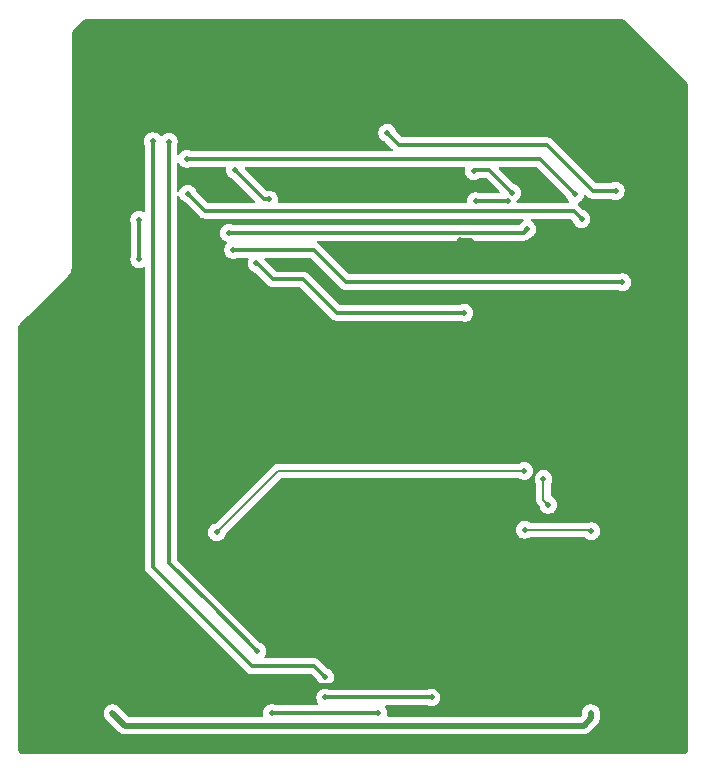
<source format=gbr>
%TF.GenerationSoftware,KiCad,Pcbnew,9.0.3*%
%TF.CreationDate,2025-08-17T21:24:33+09:00*%
%TF.ProjectId,accboard,61636362-6f61-4726-942e-6b696361645f,rev?*%
%TF.SameCoordinates,Original*%
%TF.FileFunction,Copper,L2,Bot*%
%TF.FilePolarity,Positive*%
%FSLAX46Y46*%
G04 Gerber Fmt 4.6, Leading zero omitted, Abs format (unit mm)*
G04 Created by KiCad (PCBNEW 9.0.3) date 2025-08-17 21:24:33*
%MOMM*%
%LPD*%
G01*
G04 APERTURE LIST*
%TA.AperFunction,ViaPad*%
%ADD10C,0.500000*%
%TD*%
%TA.AperFunction,Conductor*%
%ADD11C,0.500000*%
%TD*%
%TA.AperFunction,Conductor*%
%ADD12C,0.200000*%
%TD*%
%TA.AperFunction,Conductor*%
%ADD13C,0.300000*%
%TD*%
G04 APERTURE END LIST*
D10*
%TO.N,Net-(J7-PAD)*%
X83090000Y-78690000D03*
X109090000Y-73500000D03*
%TO.N,GND*%
X116720000Y-67970000D03*
X115060000Y-66450000D03*
X75990000Y-64070000D03*
X72440000Y-65260000D03*
X103690000Y-53950000D03*
X69750000Y-94000000D03*
X105490000Y-55240000D03*
X109400000Y-79870000D03*
X119250000Y-94000000D03*
%TO.N,Net-(U1-C+)*%
X87520000Y-50510000D03*
X84610000Y-48010000D03*
%TO.N,VBUS*%
X104050000Y-60120000D03*
X114750000Y-94000000D03*
X86437500Y-55937500D03*
X74250000Y-94000000D03*
%TO.N,D+*%
X77670000Y-45580000D03*
X101260000Y-92680000D03*
X92280000Y-90970000D03*
X92250000Y-92680000D03*
%TO.N,D-*%
X87750000Y-94000000D03*
X96750000Y-94000000D03*
X79030000Y-45610000D03*
X86510000Y-88760000D03*
%TO.N,Net-(J2-UART(3))*%
X116860000Y-49800000D03*
X97520000Y-44870000D03*
%TO.N,Net-(J2-IDBUS(8))*%
X113410000Y-50080000D03*
X80550000Y-47080000D03*
%TO.N,Net-(Q1-G)*%
X117420000Y-57520000D03*
X84460000Y-54790000D03*
%TO.N,Net-(Q1-D)*%
X80630000Y-50020000D03*
X113960000Y-52170000D03*
X76500000Y-55570000D03*
X76500000Y-52240000D03*
%TO.N,PMOS_GATE*%
X84110000Y-53350000D03*
X109370000Y-53040000D03*
%TO.N,3.3V*%
X109140000Y-78480000D03*
X114780000Y-78590000D03*
%TO.N,SIGNAL_1*%
X108090000Y-49950000D03*
X104850000Y-48110000D03*
%TO.N,SIGNAL_2*%
X107700000Y-50670000D03*
X105000000Y-50650000D03*
%TO.N,Net-(Q4-D)*%
X111150000Y-76360000D03*
X110740000Y-74180000D03*
%TD*%
D11*
%TO.N,GND*%
X72079000Y-91671000D02*
X118191000Y-91671000D01*
D12*
%TO.N,Net-(J7-PAD)*%
X88280000Y-73500000D02*
X83090000Y-78690000D01*
X109090000Y-73500000D02*
X88280000Y-73500000D01*
D13*
%TO.N,GND*%
X115200000Y-66450000D02*
X116720000Y-67970000D01*
X115060000Y-66450000D02*
X115200000Y-66450000D01*
D12*
X74800000Y-65260000D02*
X75990000Y-64070000D01*
X72440000Y-65260000D02*
X74800000Y-65260000D01*
D11*
X118191000Y-91671000D02*
X119250000Y-92730000D01*
D13*
X104630000Y-53950000D02*
X105440000Y-54760000D01*
D11*
X69750000Y-94000000D02*
X72079000Y-91671000D01*
D12*
X109400000Y-79870000D02*
X109400000Y-83440000D01*
X109400000Y-83440000D02*
X117631000Y-91671000D01*
X117631000Y-91671000D02*
X118191000Y-91671000D01*
D13*
X105440000Y-54760000D02*
X105440000Y-55190000D01*
X105440000Y-55190000D02*
X105490000Y-55240000D01*
X103690000Y-53950000D02*
X104630000Y-53950000D01*
D11*
X119250000Y-92730000D02*
X119250000Y-94000000D01*
D13*
%TO.N,Net-(U1-C+)*%
X87520000Y-50510000D02*
X87110000Y-50510000D01*
X87110000Y-50510000D02*
X84610000Y-48010000D01*
D11*
%TO.N,VBUS*%
X114750000Y-94460000D02*
X114750000Y-94000000D01*
D13*
X90400000Y-57290000D02*
X87840000Y-57290000D01*
D11*
X74250000Y-94000000D02*
X75310000Y-95060000D01*
X75310000Y-95060000D02*
X114150000Y-95060000D01*
D13*
X93230000Y-60120000D02*
X90400000Y-57290000D01*
X87840000Y-57290000D02*
X86487500Y-55937500D01*
X104050000Y-60120000D02*
X93230000Y-60120000D01*
D11*
X114150000Y-95060000D02*
X114750000Y-94460000D01*
D13*
X86487500Y-55937500D02*
X86437500Y-55937500D01*
%TO.N,D+*%
X91340000Y-90030000D02*
X92280000Y-90970000D01*
X86030000Y-90030000D02*
X91340000Y-90030000D01*
X77670000Y-45580000D02*
X77670000Y-81670000D01*
X77670000Y-81670000D02*
X86030000Y-90030000D01*
X92250000Y-92680000D02*
X101260000Y-92680000D01*
%TO.N,D-*%
X87750000Y-94000000D02*
X96750000Y-94000000D01*
X86510000Y-88750000D02*
X86510000Y-88760000D01*
X82470000Y-84710000D02*
X86510000Y-88750000D01*
X79030000Y-45610000D02*
X79030000Y-46750000D01*
X79030000Y-46750000D02*
X79030000Y-81270000D01*
X79030000Y-81270000D02*
X82470000Y-84710000D01*
%TO.N,Net-(J2-UART(3))*%
X98550000Y-45900000D02*
X97520000Y-44870000D01*
X105220000Y-45900000D02*
X98550000Y-45900000D01*
X116860000Y-49800000D02*
X114920000Y-49800000D01*
X112020000Y-46900000D02*
X111020000Y-45900000D01*
X111020000Y-45900000D02*
X105220000Y-45900000D01*
X114920000Y-49800000D02*
X112020000Y-46900000D01*
%TO.N,Net-(J2-IDBUS(8))*%
X110410000Y-47080000D02*
X80550000Y-47080000D01*
X113410000Y-50080000D02*
X110410000Y-47080000D01*
X80550000Y-47080000D02*
X80680000Y-47080000D01*
%TO.N,Net-(Q1-G)*%
X117420000Y-57520000D02*
X94020000Y-57520000D01*
X91290000Y-54790000D02*
X84460000Y-54790000D01*
X94020000Y-57520000D02*
X91290000Y-54790000D01*
%TO.N,Net-(Q1-D)*%
X82110000Y-51500000D02*
X80630000Y-50020000D01*
X113960000Y-52170000D02*
X113290000Y-51500000D01*
X76500000Y-52240000D02*
X76500000Y-55570000D01*
X113290000Y-51500000D02*
X82110000Y-51500000D01*
%TO.N,PMOS_GATE*%
X84110000Y-53350000D02*
X109060000Y-53350000D01*
X109060000Y-53350000D02*
X109370000Y-53040000D01*
D12*
%TO.N,3.3V*%
X109140000Y-78480000D02*
X114670000Y-78480000D01*
X114670000Y-78480000D02*
X114780000Y-78590000D01*
D13*
%TO.N,SIGNAL_1*%
X108090000Y-49950000D02*
X106160000Y-48020000D01*
X106160000Y-48020000D02*
X105120000Y-48020000D01*
X105120000Y-48020000D02*
X104940000Y-48020000D01*
X104940000Y-48020000D02*
X104850000Y-48110000D01*
%TO.N,SIGNAL_2*%
X107680000Y-50650000D02*
X107700000Y-50670000D01*
X105000000Y-50650000D02*
X107680000Y-50650000D01*
D12*
%TO.N,Net-(Q4-D)*%
X111150000Y-76360000D02*
X110740000Y-75950000D01*
X110740000Y-75950000D02*
X110740000Y-74180000D01*
%TD*%
%TA.AperFunction,Conductor*%
%TO.N,GND*%
G36*
X117269901Y-35250501D02*
G01*
X117329701Y-35250500D01*
X117341854Y-35251097D01*
X117350358Y-35251934D01*
X117421080Y-35258899D01*
X117444909Y-35263639D01*
X117515241Y-35284975D01*
X117537692Y-35294276D01*
X117602496Y-35328917D01*
X117622707Y-35342423D01*
X117684394Y-35393052D01*
X117693407Y-35401221D01*
X117695613Y-35403427D01*
X117695617Y-35403436D01*
X117695620Y-35403434D01*
X117741371Y-35449192D01*
X117741426Y-35449240D01*
X122099500Y-39807314D01*
X122806604Y-40514417D01*
X122848876Y-40556689D01*
X122857048Y-40565705D01*
X122907567Y-40627263D01*
X122921071Y-40647474D01*
X122955714Y-40712289D01*
X122965016Y-40734746D01*
X122986349Y-40805074D01*
X122991091Y-40828917D01*
X122998902Y-40908244D01*
X122999499Y-40920393D01*
X122999499Y-40951084D01*
X122999499Y-40980099D01*
X122999499Y-40980101D01*
X122999500Y-40990093D01*
X122999500Y-96993038D01*
X122998720Y-97006923D01*
X122988540Y-97097264D01*
X122982362Y-97124333D01*
X122954648Y-97203537D01*
X122942600Y-97228555D01*
X122897957Y-97299604D01*
X122880644Y-97321313D01*
X122821313Y-97380644D01*
X122799604Y-97397957D01*
X122728555Y-97442600D01*
X122703537Y-97454648D01*
X122624333Y-97482362D01*
X122597264Y-97488540D01*
X122517075Y-97497576D01*
X122506921Y-97498720D01*
X122493038Y-97499500D01*
X66756962Y-97499500D01*
X66743078Y-97498720D01*
X66730553Y-97497308D01*
X66652735Y-97488540D01*
X66625666Y-97482362D01*
X66546462Y-97454648D01*
X66521444Y-97442600D01*
X66450395Y-97397957D01*
X66428686Y-97380644D01*
X66369355Y-97321313D01*
X66352042Y-97299604D01*
X66307399Y-97228555D01*
X66295351Y-97203537D01*
X66267637Y-97124333D01*
X66261459Y-97097263D01*
X66251280Y-97006922D01*
X66250500Y-96993038D01*
X66250500Y-94073920D01*
X73499499Y-94073920D01*
X73528340Y-94218907D01*
X73528343Y-94218917D01*
X73565864Y-94309500D01*
X73584916Y-94355495D01*
X73598601Y-94375976D01*
X73605353Y-94386082D01*
X73667049Y-94478418D01*
X73667052Y-94478421D01*
X74004122Y-94815490D01*
X74727048Y-95538415D01*
X74727049Y-95538416D01*
X74831583Y-95642950D01*
X74831585Y-95642952D01*
X74954498Y-95725080D01*
X74954511Y-95725087D01*
X75091082Y-95781656D01*
X75091087Y-95781658D01*
X75091091Y-95781658D01*
X75091092Y-95781659D01*
X75236079Y-95810500D01*
X75236082Y-95810500D01*
X114223920Y-95810500D01*
X114321462Y-95791096D01*
X114368913Y-95781658D01*
X114505495Y-95725084D01*
X114554729Y-95692186D01*
X114628416Y-95642952D01*
X115332951Y-94938416D01*
X115397983Y-94841088D01*
X115415084Y-94815495D01*
X115471658Y-94678913D01*
X115500500Y-94533918D01*
X115500500Y-93926082D01*
X115500500Y-93926079D01*
X115471659Y-93781092D01*
X115471658Y-93781091D01*
X115471658Y-93781087D01*
X115471656Y-93781082D01*
X115415087Y-93644511D01*
X115415080Y-93644498D01*
X115332951Y-93521584D01*
X115332948Y-93521580D01*
X115228419Y-93417051D01*
X115228415Y-93417048D01*
X115105501Y-93334919D01*
X115105488Y-93334912D01*
X114968917Y-93278343D01*
X114968907Y-93278340D01*
X114823920Y-93249500D01*
X114823918Y-93249500D01*
X114676082Y-93249500D01*
X114676080Y-93249500D01*
X114531092Y-93278340D01*
X114531082Y-93278343D01*
X114394511Y-93334912D01*
X114394498Y-93334919D01*
X114271584Y-93417048D01*
X114271580Y-93417051D01*
X114167051Y-93521580D01*
X114167048Y-93521584D01*
X114084919Y-93644498D01*
X114084912Y-93644511D01*
X114028343Y-93781082D01*
X114028340Y-93781092D01*
X113999500Y-93926079D01*
X113999500Y-94097770D01*
X113990855Y-94127210D01*
X113984332Y-94157197D01*
X113980577Y-94162212D01*
X113979815Y-94164809D01*
X113963181Y-94185451D01*
X113875451Y-94273181D01*
X113814128Y-94306666D01*
X113787770Y-94309500D01*
X97604734Y-94309500D01*
X97537695Y-94289815D01*
X97491940Y-94237011D01*
X97481996Y-94167853D01*
X97483117Y-94161308D01*
X97500500Y-94073920D01*
X97500500Y-93926079D01*
X97471659Y-93781092D01*
X97471658Y-93781091D01*
X97471658Y-93781087D01*
X97471656Y-93781082D01*
X97415087Y-93644511D01*
X97415080Y-93644498D01*
X97334159Y-93523391D01*
X97313281Y-93456713D01*
X97331766Y-93389333D01*
X97383745Y-93342643D01*
X97437261Y-93330500D01*
X100846160Y-93330500D01*
X100898520Y-93343614D01*
X100898878Y-93342753D01*
X100904504Y-93345083D01*
X100904505Y-93345084D01*
X101041087Y-93401658D01*
X101041091Y-93401658D01*
X101041092Y-93401659D01*
X101186079Y-93430500D01*
X101186082Y-93430500D01*
X101333920Y-93430500D01*
X101431462Y-93411096D01*
X101478913Y-93401658D01*
X101615495Y-93345084D01*
X101738416Y-93262951D01*
X101842951Y-93158416D01*
X101925084Y-93035495D01*
X101981658Y-92898913D01*
X102010500Y-92753918D01*
X102010500Y-92606082D01*
X102010500Y-92606079D01*
X101981659Y-92461092D01*
X101981658Y-92461091D01*
X101981658Y-92461087D01*
X101981656Y-92461082D01*
X101925087Y-92324511D01*
X101925080Y-92324498D01*
X101842951Y-92201584D01*
X101842948Y-92201580D01*
X101738419Y-92097051D01*
X101738415Y-92097048D01*
X101615501Y-92014919D01*
X101615488Y-92014912D01*
X101478917Y-91958343D01*
X101478907Y-91958340D01*
X101333920Y-91929500D01*
X101333918Y-91929500D01*
X101186082Y-91929500D01*
X101186080Y-91929500D01*
X101041092Y-91958340D01*
X101041086Y-91958342D01*
X100898878Y-92017247D01*
X100898520Y-92016385D01*
X100846160Y-92029500D01*
X92663840Y-92029500D01*
X92621727Y-92022130D01*
X92609900Y-92017859D01*
X92605495Y-92014916D01*
X92468913Y-91958342D01*
X92415825Y-91947781D01*
X92407049Y-91944613D01*
X92386083Y-91929258D01*
X92363058Y-91917214D01*
X92358351Y-91908949D01*
X92350679Y-91903330D01*
X92341343Y-91879078D01*
X92328485Y-91856498D01*
X92328994Y-91847001D01*
X92325577Y-91838125D01*
X92330834Y-91812674D01*
X92332226Y-91786728D01*
X92337788Y-91779013D01*
X92339713Y-91769700D01*
X92357894Y-91751133D01*
X92373093Y-91730057D01*
X92382934Y-91725562D01*
X92388597Y-91719780D01*
X92402609Y-91716577D01*
X92424967Y-91706367D01*
X92498913Y-91691658D01*
X92635495Y-91635084D01*
X92758416Y-91552951D01*
X92862951Y-91448416D01*
X92945084Y-91325495D01*
X93001658Y-91188913D01*
X93030500Y-91043918D01*
X93030500Y-90896082D01*
X93030500Y-90896079D01*
X93001659Y-90751092D01*
X93001658Y-90751091D01*
X93001658Y-90751087D01*
X92972420Y-90680500D01*
X92945087Y-90614511D01*
X92945080Y-90614498D01*
X92862951Y-90491584D01*
X92862948Y-90491580D01*
X92758419Y-90387051D01*
X92758415Y-90387048D01*
X92635501Y-90304919D01*
X92635488Y-90304912D01*
X92493286Y-90246011D01*
X92493643Y-90245149D01*
X92447344Y-90217398D01*
X91754674Y-89524727D01*
X91754673Y-89524726D01*
X91754669Y-89524723D01*
X91648127Y-89453535D01*
X91529744Y-89404499D01*
X91529738Y-89404497D01*
X91404071Y-89379500D01*
X91404069Y-89379500D01*
X87230670Y-89379500D01*
X87163631Y-89359815D01*
X87117876Y-89307011D01*
X87107932Y-89237853D01*
X87127568Y-89186609D01*
X87175080Y-89115501D01*
X87175080Y-89115500D01*
X87175084Y-89115495D01*
X87231658Y-88978913D01*
X87260500Y-88833918D01*
X87260500Y-88686082D01*
X87260500Y-88686079D01*
X87231659Y-88541092D01*
X87231658Y-88541091D01*
X87231658Y-88541087D01*
X87231656Y-88541082D01*
X87175087Y-88404511D01*
X87175080Y-88404498D01*
X87092951Y-88281584D01*
X87092948Y-88281580D01*
X86988419Y-88177051D01*
X86988415Y-88177048D01*
X86865501Y-88094919D01*
X86865492Y-88094914D01*
X86733561Y-88040267D01*
X86693333Y-88013387D01*
X79716819Y-81036873D01*
X79683334Y-80975550D01*
X79680500Y-80949192D01*
X79680500Y-78763920D01*
X82339499Y-78763920D01*
X82368340Y-78908907D01*
X82368343Y-78908917D01*
X82424912Y-79045488D01*
X82424919Y-79045501D01*
X82507048Y-79168415D01*
X82507051Y-79168419D01*
X82611580Y-79272948D01*
X82611584Y-79272951D01*
X82734498Y-79355080D01*
X82734511Y-79355087D01*
X82871082Y-79411656D01*
X82871087Y-79411658D01*
X82871091Y-79411658D01*
X82871092Y-79411659D01*
X83016079Y-79440500D01*
X83016082Y-79440500D01*
X83163920Y-79440500D01*
X83261462Y-79421096D01*
X83308913Y-79411658D01*
X83445495Y-79355084D01*
X83568416Y-79272951D01*
X83672951Y-79168416D01*
X83755084Y-79045495D01*
X83811658Y-78908913D01*
X83826999Y-78831786D01*
X83859381Y-78769879D01*
X83860876Y-78768357D01*
X84075313Y-78553920D01*
X108389499Y-78553920D01*
X108418340Y-78698907D01*
X108418343Y-78698917D01*
X108474912Y-78835488D01*
X108474919Y-78835501D01*
X108557048Y-78958415D01*
X108557051Y-78958419D01*
X108661580Y-79062948D01*
X108661584Y-79062951D01*
X108784498Y-79145080D01*
X108784511Y-79145087D01*
X108851784Y-79172952D01*
X108921087Y-79201658D01*
X108921091Y-79201658D01*
X108921092Y-79201659D01*
X109066079Y-79230500D01*
X109066082Y-79230500D01*
X109213920Y-79230500D01*
X109311462Y-79211096D01*
X109358913Y-79201658D01*
X109495495Y-79145084D01*
X109560876Y-79101398D01*
X109627553Y-79080520D01*
X109629767Y-79080500D01*
X114157771Y-79080500D01*
X114224810Y-79100185D01*
X114245447Y-79116814D01*
X114273713Y-79145080D01*
X114301585Y-79172952D01*
X114424498Y-79255080D01*
X114424511Y-79255087D01*
X114561082Y-79311656D01*
X114561087Y-79311658D01*
X114561091Y-79311658D01*
X114561092Y-79311659D01*
X114706079Y-79340500D01*
X114706082Y-79340500D01*
X114853920Y-79340500D01*
X114951462Y-79321096D01*
X114998913Y-79311658D01*
X115135495Y-79255084D01*
X115258416Y-79172951D01*
X115362951Y-79068416D01*
X115445084Y-78945495D01*
X115501658Y-78808913D01*
X115530500Y-78663918D01*
X115530500Y-78516082D01*
X115530500Y-78516079D01*
X115501659Y-78371092D01*
X115501658Y-78371091D01*
X115501658Y-78371087D01*
X115486505Y-78334505D01*
X115445087Y-78234511D01*
X115445080Y-78234498D01*
X115362951Y-78111584D01*
X115362948Y-78111580D01*
X115258419Y-78007051D01*
X115258415Y-78007048D01*
X115135501Y-77924919D01*
X115135488Y-77924912D01*
X114998917Y-77868343D01*
X114998907Y-77868340D01*
X114853920Y-77839500D01*
X114853918Y-77839500D01*
X114706082Y-77839500D01*
X114706080Y-77839500D01*
X114561092Y-77868340D01*
X114561086Y-77868342D01*
X114558573Y-77869382D01*
X114556938Y-77870060D01*
X114509485Y-77879500D01*
X109629767Y-77879500D01*
X109562728Y-77859815D01*
X109560876Y-77858602D01*
X109495501Y-77814919D01*
X109495488Y-77814912D01*
X109358917Y-77758343D01*
X109358907Y-77758340D01*
X109213920Y-77729500D01*
X109213918Y-77729500D01*
X109066082Y-77729500D01*
X109066080Y-77729500D01*
X108921092Y-77758340D01*
X108921082Y-77758343D01*
X108784511Y-77814912D01*
X108784498Y-77814919D01*
X108661584Y-77897048D01*
X108661580Y-77897051D01*
X108557051Y-78001580D01*
X108557048Y-78001584D01*
X108474919Y-78124498D01*
X108474912Y-78124511D01*
X108418343Y-78261082D01*
X108418340Y-78261092D01*
X108389500Y-78406079D01*
X108389500Y-78406082D01*
X108389500Y-78553918D01*
X108389500Y-78553920D01*
X108389499Y-78553920D01*
X84075313Y-78553920D01*
X88375315Y-74253920D01*
X109989499Y-74253920D01*
X110018340Y-74398907D01*
X110018343Y-74398917D01*
X110074912Y-74535488D01*
X110074919Y-74535501D01*
X110118602Y-74600876D01*
X110139480Y-74667553D01*
X110139500Y-74669767D01*
X110139500Y-75863330D01*
X110139499Y-75863348D01*
X110139499Y-76029054D01*
X110139498Y-76029054D01*
X110180423Y-76181785D01*
X110209358Y-76231900D01*
X110209359Y-76231904D01*
X110209360Y-76231904D01*
X110259480Y-76318716D01*
X110371284Y-76430520D01*
X110371285Y-76430521D01*
X110377633Y-76436869D01*
X110379070Y-76438306D01*
X110392863Y-76463571D01*
X110394512Y-76462747D01*
X110394513Y-76462749D01*
X110392864Y-76463573D01*
X110398487Y-76473871D01*
X110412549Y-76499624D01*
X110413000Y-76501789D01*
X110428341Y-76578908D01*
X110428343Y-76578917D01*
X110484912Y-76715488D01*
X110484919Y-76715501D01*
X110567048Y-76838415D01*
X110567051Y-76838419D01*
X110671580Y-76942948D01*
X110671584Y-76942951D01*
X110794498Y-77025080D01*
X110794511Y-77025087D01*
X110931082Y-77081656D01*
X110931087Y-77081658D01*
X110931091Y-77081658D01*
X110931092Y-77081659D01*
X111076079Y-77110500D01*
X111076082Y-77110500D01*
X111223920Y-77110500D01*
X111321462Y-77091096D01*
X111368913Y-77081658D01*
X111505495Y-77025084D01*
X111628416Y-76942951D01*
X111732951Y-76838416D01*
X111815084Y-76715495D01*
X111871658Y-76578913D01*
X111894765Y-76462749D01*
X111900500Y-76433920D01*
X111900500Y-76286079D01*
X111871659Y-76141092D01*
X111871658Y-76141091D01*
X111871658Y-76141087D01*
X111825253Y-76029054D01*
X111815087Y-76004511D01*
X111815080Y-76004498D01*
X111732951Y-75881584D01*
X111732948Y-75881580D01*
X111628419Y-75777051D01*
X111628415Y-75777048D01*
X111505501Y-75694919D01*
X111505491Y-75694914D01*
X111417047Y-75658279D01*
X111362644Y-75614438D01*
X111340579Y-75548143D01*
X111340500Y-75543718D01*
X111340500Y-74669767D01*
X111360185Y-74602728D01*
X111361398Y-74600876D01*
X111405080Y-74535501D01*
X111405080Y-74535500D01*
X111405084Y-74535495D01*
X111461658Y-74398913D01*
X111490500Y-74253918D01*
X111490500Y-74106082D01*
X111490500Y-74106079D01*
X111461659Y-73961092D01*
X111461658Y-73961091D01*
X111461658Y-73961087D01*
X111417923Y-73855501D01*
X111405087Y-73824511D01*
X111405080Y-73824498D01*
X111322951Y-73701584D01*
X111322948Y-73701580D01*
X111218419Y-73597051D01*
X111218415Y-73597048D01*
X111095501Y-73514919D01*
X111095488Y-73514912D01*
X110958917Y-73458343D01*
X110958907Y-73458340D01*
X110813920Y-73429500D01*
X110813918Y-73429500D01*
X110666082Y-73429500D01*
X110666080Y-73429500D01*
X110521092Y-73458340D01*
X110521082Y-73458343D01*
X110384511Y-73514912D01*
X110384498Y-73514919D01*
X110261584Y-73597048D01*
X110261580Y-73597051D01*
X110157051Y-73701580D01*
X110157048Y-73701584D01*
X110074919Y-73824498D01*
X110074912Y-73824511D01*
X110018343Y-73961082D01*
X110018340Y-73961092D01*
X109989500Y-74106079D01*
X109989500Y-74106082D01*
X109989500Y-74253918D01*
X109989500Y-74253920D01*
X109989499Y-74253920D01*
X88375315Y-74253920D01*
X88492416Y-74136819D01*
X88553739Y-74103334D01*
X88580097Y-74100500D01*
X108600233Y-74100500D01*
X108667272Y-74120185D01*
X108669124Y-74121398D01*
X108734498Y-74165080D01*
X108734511Y-74165087D01*
X108871082Y-74221656D01*
X108871087Y-74221658D01*
X108871091Y-74221658D01*
X108871092Y-74221659D01*
X109016079Y-74250500D01*
X109016082Y-74250500D01*
X109163920Y-74250500D01*
X109261462Y-74231096D01*
X109308913Y-74221658D01*
X109445495Y-74165084D01*
X109568416Y-74082951D01*
X109568419Y-74082948D01*
X109639059Y-74012309D01*
X109672948Y-73978419D01*
X109672951Y-73978416D01*
X109755084Y-73855495D01*
X109811658Y-73718913D01*
X109821096Y-73671462D01*
X109840500Y-73573920D01*
X109840500Y-73426079D01*
X109811659Y-73281092D01*
X109811658Y-73281091D01*
X109811658Y-73281087D01*
X109811656Y-73281082D01*
X109755087Y-73144511D01*
X109755080Y-73144498D01*
X109672951Y-73021584D01*
X109672948Y-73021580D01*
X109568419Y-72917051D01*
X109568415Y-72917048D01*
X109445501Y-72834919D01*
X109445488Y-72834912D01*
X109308917Y-72778343D01*
X109308907Y-72778340D01*
X109163920Y-72749500D01*
X109163918Y-72749500D01*
X109016082Y-72749500D01*
X109016080Y-72749500D01*
X108871092Y-72778340D01*
X108871082Y-72778343D01*
X108734511Y-72834912D01*
X108734498Y-72834919D01*
X108669124Y-72878602D01*
X108602447Y-72899480D01*
X108600233Y-72899500D01*
X88200940Y-72899500D01*
X88160019Y-72910464D01*
X88160019Y-72910465D01*
X88135448Y-72917049D01*
X88048214Y-72940423D01*
X88048209Y-72940426D01*
X87911290Y-73019475D01*
X87911282Y-73019481D01*
X87799478Y-73131286D01*
X83011699Y-77919064D01*
X82950376Y-77952549D01*
X82948210Y-77953000D01*
X82871092Y-77968340D01*
X82871084Y-77968342D01*
X82734511Y-78024912D01*
X82734498Y-78024919D01*
X82611584Y-78107048D01*
X82611580Y-78107051D01*
X82507051Y-78211580D01*
X82507048Y-78211584D01*
X82424919Y-78334498D01*
X82424912Y-78334511D01*
X82368343Y-78471082D01*
X82368340Y-78471092D01*
X82339500Y-78616079D01*
X82339500Y-78616082D01*
X82339500Y-78763918D01*
X82339500Y-78763920D01*
X82339499Y-78763920D01*
X79680500Y-78763920D01*
X79680500Y-50312243D01*
X79700185Y-50245204D01*
X79752989Y-50199449D01*
X79822147Y-50189505D01*
X79885703Y-50218530D01*
X79919061Y-50264791D01*
X79964912Y-50375488D01*
X79964919Y-50375501D01*
X80047048Y-50498415D01*
X80047051Y-50498419D01*
X80151580Y-50602948D01*
X80151584Y-50602951D01*
X80274498Y-50685080D01*
X80274511Y-50685087D01*
X80416715Y-50743989D01*
X80416357Y-50744853D01*
X80462655Y-50772601D01*
X81695325Y-52005272D01*
X81695328Y-52005275D01*
X81695331Y-52005277D01*
X81762648Y-52050256D01*
X81801873Y-52076465D01*
X81920256Y-52125501D01*
X81920260Y-52125501D01*
X81920261Y-52125502D01*
X82045928Y-52150500D01*
X82045931Y-52150500D01*
X108941593Y-52150500D01*
X109008632Y-52170185D01*
X109054387Y-52222989D01*
X109064331Y-52292147D01*
X109035306Y-52355703D01*
X109010484Y-52377602D01*
X108891584Y-52457048D01*
X108891580Y-52457051D01*
X108787048Y-52561583D01*
X108731719Y-52644391D01*
X108678107Y-52689196D01*
X108628617Y-52699500D01*
X84523840Y-52699500D01*
X84471479Y-52686385D01*
X84471122Y-52687247D01*
X84465495Y-52684916D01*
X84328913Y-52628342D01*
X84328907Y-52628340D01*
X84183920Y-52599500D01*
X84183918Y-52599500D01*
X84036082Y-52599500D01*
X84036080Y-52599500D01*
X83891092Y-52628340D01*
X83891082Y-52628343D01*
X83754511Y-52684912D01*
X83754498Y-52684919D01*
X83631584Y-52767048D01*
X83631580Y-52767051D01*
X83527051Y-52871580D01*
X83527048Y-52871584D01*
X83444919Y-52994498D01*
X83444912Y-52994511D01*
X83388343Y-53131082D01*
X83388340Y-53131092D01*
X83359500Y-53276079D01*
X83359500Y-53276082D01*
X83359500Y-53423918D01*
X83359500Y-53423920D01*
X83359499Y-53423920D01*
X83388340Y-53568907D01*
X83388343Y-53568917D01*
X83444912Y-53705488D01*
X83444919Y-53705501D01*
X83527048Y-53828415D01*
X83527051Y-53828419D01*
X83631580Y-53932948D01*
X83631584Y-53932951D01*
X83754498Y-54015080D01*
X83754510Y-54015087D01*
X83818612Y-54041638D01*
X83879361Y-54066801D01*
X83933764Y-54110640D01*
X83955829Y-54176934D01*
X83938550Y-54244634D01*
X83919590Y-54269041D01*
X83877052Y-54311579D01*
X83877048Y-54311584D01*
X83794919Y-54434498D01*
X83794912Y-54434511D01*
X83738343Y-54571082D01*
X83738340Y-54571092D01*
X83709500Y-54716079D01*
X83709500Y-54716082D01*
X83709500Y-54863918D01*
X83709500Y-54863920D01*
X83709499Y-54863920D01*
X83738340Y-55008907D01*
X83738343Y-55008917D01*
X83794912Y-55145488D01*
X83794919Y-55145501D01*
X83877048Y-55268415D01*
X83877051Y-55268419D01*
X83981580Y-55372948D01*
X83981584Y-55372951D01*
X84104498Y-55455080D01*
X84104511Y-55455087D01*
X84203483Y-55496082D01*
X84241087Y-55511658D01*
X84241091Y-55511658D01*
X84241092Y-55511659D01*
X84386079Y-55540500D01*
X84386082Y-55540500D01*
X84533920Y-55540500D01*
X84631462Y-55521096D01*
X84678913Y-55511658D01*
X84815495Y-55455084D01*
X84815496Y-55455083D01*
X84821122Y-55452753D01*
X84821479Y-55453614D01*
X84873840Y-55440500D01*
X85645450Y-55440500D01*
X85712489Y-55460185D01*
X85758244Y-55512989D01*
X85768188Y-55582147D01*
X85760011Y-55611952D01*
X85715843Y-55718582D01*
X85715840Y-55718592D01*
X85687000Y-55863579D01*
X85687000Y-55863582D01*
X85687000Y-56011418D01*
X85687000Y-56011420D01*
X85686999Y-56011420D01*
X85715840Y-56156407D01*
X85715843Y-56156417D01*
X85772412Y-56292988D01*
X85772419Y-56293001D01*
X85854548Y-56415915D01*
X85854551Y-56415919D01*
X85959080Y-56520448D01*
X85959084Y-56520451D01*
X86081998Y-56602580D01*
X86082011Y-56602587D01*
X86198597Y-56650878D01*
X86218587Y-56659158D01*
X86269857Y-56669356D01*
X86331766Y-56701740D01*
X86333346Y-56703292D01*
X87425325Y-57795272D01*
X87425326Y-57795273D01*
X87425329Y-57795275D01*
X87425331Y-57795277D01*
X87531873Y-57866465D01*
X87650256Y-57915501D01*
X87650260Y-57915501D01*
X87650261Y-57915502D01*
X87775928Y-57940500D01*
X87775931Y-57940500D01*
X90079192Y-57940500D01*
X90146231Y-57960185D01*
X90166873Y-57976819D01*
X92815330Y-60625276D01*
X92815335Y-60625280D01*
X92839181Y-60641213D01*
X92839183Y-60641214D01*
X92839185Y-60641215D01*
X92921873Y-60696465D01*
X93040256Y-60745501D01*
X93040260Y-60745501D01*
X93040261Y-60745502D01*
X93165928Y-60770500D01*
X93165931Y-60770500D01*
X103636160Y-60770500D01*
X103688520Y-60783614D01*
X103688878Y-60782753D01*
X103694504Y-60785083D01*
X103694505Y-60785084D01*
X103831087Y-60841658D01*
X103831091Y-60841658D01*
X103831092Y-60841659D01*
X103976079Y-60870500D01*
X103976082Y-60870500D01*
X104123920Y-60870500D01*
X104221462Y-60851096D01*
X104268913Y-60841658D01*
X104405495Y-60785084D01*
X104528416Y-60702951D01*
X104632951Y-60598416D01*
X104715084Y-60475495D01*
X104771658Y-60338913D01*
X104800500Y-60193918D01*
X104800500Y-60046082D01*
X104800500Y-60046079D01*
X104771659Y-59901092D01*
X104771658Y-59901091D01*
X104771658Y-59901087D01*
X104771656Y-59901082D01*
X104715087Y-59764511D01*
X104715080Y-59764498D01*
X104632951Y-59641584D01*
X104632948Y-59641580D01*
X104528419Y-59537051D01*
X104528415Y-59537048D01*
X104405501Y-59454919D01*
X104405488Y-59454912D01*
X104268917Y-59398343D01*
X104268907Y-59398340D01*
X104123920Y-59369500D01*
X104123918Y-59369500D01*
X103976082Y-59369500D01*
X103976080Y-59369500D01*
X103831092Y-59398340D01*
X103831086Y-59398342D01*
X103688878Y-59457247D01*
X103688520Y-59456385D01*
X103636160Y-59469500D01*
X93550808Y-59469500D01*
X93483769Y-59449815D01*
X93463127Y-59433181D01*
X90814674Y-56784727D01*
X90814673Y-56784726D01*
X90814669Y-56784723D01*
X90708127Y-56713535D01*
X90683398Y-56703292D01*
X90589744Y-56664499D01*
X90589738Y-56664497D01*
X90464071Y-56639500D01*
X90464069Y-56639500D01*
X88160808Y-56639500D01*
X88093769Y-56619815D01*
X88073127Y-56603181D01*
X87155827Y-55685881D01*
X87151195Y-55678949D01*
X87146956Y-55676006D01*
X87128947Y-55645653D01*
X87114987Y-55611950D01*
X87107519Y-55542483D01*
X87138794Y-55480004D01*
X87198883Y-55444352D01*
X87229549Y-55440500D01*
X90969192Y-55440500D01*
X91036231Y-55460185D01*
X91056873Y-55476819D01*
X93605325Y-58025272D01*
X93605326Y-58025273D01*
X93605329Y-58025275D01*
X93605331Y-58025277D01*
X93711873Y-58096465D01*
X93830256Y-58145501D01*
X93830260Y-58145501D01*
X93830261Y-58145502D01*
X93955928Y-58170500D01*
X93955931Y-58170500D01*
X117006160Y-58170500D01*
X117058520Y-58183614D01*
X117058878Y-58182753D01*
X117064504Y-58185083D01*
X117064505Y-58185084D01*
X117201087Y-58241658D01*
X117201091Y-58241658D01*
X117201092Y-58241659D01*
X117346079Y-58270500D01*
X117346082Y-58270500D01*
X117493920Y-58270500D01*
X117591462Y-58251096D01*
X117638913Y-58241658D01*
X117775495Y-58185084D01*
X117898416Y-58102951D01*
X118002951Y-57998416D01*
X118085084Y-57875495D01*
X118141658Y-57738913D01*
X118170500Y-57593918D01*
X118170500Y-57446082D01*
X118170500Y-57446079D01*
X118141659Y-57301092D01*
X118141658Y-57301091D01*
X118141658Y-57301087D01*
X118141656Y-57301082D01*
X118085087Y-57164511D01*
X118085080Y-57164498D01*
X118002951Y-57041584D01*
X118002948Y-57041580D01*
X117898419Y-56937051D01*
X117898415Y-56937048D01*
X117775501Y-56854919D01*
X117775488Y-56854912D01*
X117638917Y-56798343D01*
X117638907Y-56798340D01*
X117493920Y-56769500D01*
X117493918Y-56769500D01*
X117346082Y-56769500D01*
X117346080Y-56769500D01*
X117201092Y-56798340D01*
X117201086Y-56798342D01*
X117058878Y-56857247D01*
X117058520Y-56856385D01*
X117006160Y-56869500D01*
X94340808Y-56869500D01*
X94273769Y-56849815D01*
X94253127Y-56833181D01*
X91704674Y-54284727D01*
X91704673Y-54284726D01*
X91704669Y-54284723D01*
X91619180Y-54227602D01*
X91574375Y-54173990D01*
X91565668Y-54104666D01*
X91595822Y-54041638D01*
X91655265Y-54004918D01*
X91688071Y-54000500D01*
X109124071Y-54000500D01*
X109208615Y-53983682D01*
X109249744Y-53975501D01*
X109368127Y-53926465D01*
X109474669Y-53855277D01*
X109537345Y-53792600D01*
X109583642Y-53764853D01*
X109583285Y-53763989D01*
X109725488Y-53705087D01*
X109725488Y-53705086D01*
X109725495Y-53705084D01*
X109848416Y-53622951D01*
X109952951Y-53518416D01*
X110035084Y-53395495D01*
X110091658Y-53258913D01*
X110120500Y-53113918D01*
X110120500Y-52966082D01*
X110120500Y-52966079D01*
X110091659Y-52821092D01*
X110091658Y-52821091D01*
X110091658Y-52821087D01*
X110069275Y-52767049D01*
X110035087Y-52684511D01*
X110035080Y-52684498D01*
X109952951Y-52561584D01*
X109952948Y-52561580D01*
X109848419Y-52457051D01*
X109848415Y-52457048D01*
X109729516Y-52377602D01*
X109684711Y-52323990D01*
X109676004Y-52254665D01*
X109706158Y-52191637D01*
X109765602Y-52154918D01*
X109798407Y-52150500D01*
X112969192Y-52150500D01*
X112998632Y-52159144D01*
X113028619Y-52165668D01*
X113033634Y-52169422D01*
X113036231Y-52170185D01*
X113056873Y-52186819D01*
X113207398Y-52337344D01*
X113235149Y-52383643D01*
X113236011Y-52383286D01*
X113294912Y-52525488D01*
X113294919Y-52525501D01*
X113377048Y-52648415D01*
X113377051Y-52648419D01*
X113481580Y-52752948D01*
X113481584Y-52752951D01*
X113604498Y-52835080D01*
X113604511Y-52835087D01*
X113741082Y-52891656D01*
X113741087Y-52891658D01*
X113741091Y-52891658D01*
X113741092Y-52891659D01*
X113886079Y-52920500D01*
X113886082Y-52920500D01*
X114033920Y-52920500D01*
X114131462Y-52901096D01*
X114178913Y-52891658D01*
X114315495Y-52835084D01*
X114438416Y-52752951D01*
X114542951Y-52648416D01*
X114625084Y-52525495D01*
X114681658Y-52388913D01*
X114695696Y-52318342D01*
X114710500Y-52243920D01*
X114710500Y-52096079D01*
X114681659Y-51951092D01*
X114681658Y-51951091D01*
X114681658Y-51951087D01*
X114681656Y-51951082D01*
X114625087Y-51814511D01*
X114625080Y-51814498D01*
X114542951Y-51691584D01*
X114542948Y-51691580D01*
X114438419Y-51587051D01*
X114438415Y-51587048D01*
X114315501Y-51504919D01*
X114315488Y-51504912D01*
X114173286Y-51446011D01*
X114173643Y-51445149D01*
X114127344Y-51417398D01*
X113704674Y-50994727D01*
X113704673Y-50994726D01*
X113704669Y-50994723D01*
X113690198Y-50985054D01*
X113645395Y-50931444D01*
X113636687Y-50862119D01*
X113666841Y-50799091D01*
X113711636Y-50767393D01*
X113765495Y-50745084D01*
X113888416Y-50662951D01*
X113992951Y-50558416D01*
X114075084Y-50435495D01*
X114131658Y-50298913D01*
X114147340Y-50220074D01*
X114179724Y-50158164D01*
X114240440Y-50123590D01*
X114310209Y-50127329D01*
X114356638Y-50156585D01*
X114505327Y-50305274D01*
X114594220Y-50364670D01*
X114611872Y-50376464D01*
X114611875Y-50376466D01*
X114638692Y-50387574D01*
X114730256Y-50425501D01*
X114730260Y-50425501D01*
X114730261Y-50425502D01*
X114855928Y-50450500D01*
X114855931Y-50450500D01*
X116446160Y-50450500D01*
X116498520Y-50463614D01*
X116498878Y-50462753D01*
X116504504Y-50465083D01*
X116504505Y-50465084D01*
X116641087Y-50521658D01*
X116641091Y-50521658D01*
X116641092Y-50521659D01*
X116786079Y-50550500D01*
X116786082Y-50550500D01*
X116933920Y-50550500D01*
X117031462Y-50531096D01*
X117078913Y-50521658D01*
X117215495Y-50465084D01*
X117338416Y-50382951D01*
X117442951Y-50278416D01*
X117525084Y-50155495D01*
X117581658Y-50018913D01*
X117599931Y-49927051D01*
X117610500Y-49873920D01*
X117610500Y-49726079D01*
X117581659Y-49581092D01*
X117581658Y-49581091D01*
X117581658Y-49581087D01*
X117581656Y-49581082D01*
X117525087Y-49444511D01*
X117525080Y-49444498D01*
X117442951Y-49321584D01*
X117442948Y-49321580D01*
X117338419Y-49217051D01*
X117338415Y-49217048D01*
X117215501Y-49134919D01*
X117215488Y-49134912D01*
X117078917Y-49078343D01*
X117078907Y-49078340D01*
X116933920Y-49049500D01*
X116933918Y-49049500D01*
X116786082Y-49049500D01*
X116786080Y-49049500D01*
X116641092Y-49078340D01*
X116641086Y-49078342D01*
X116498878Y-49137247D01*
X116498520Y-49136385D01*
X116446160Y-49149500D01*
X115240808Y-49149500D01*
X115173769Y-49129815D01*
X115153127Y-49113181D01*
X112434669Y-46394723D01*
X111434674Y-45394727D01*
X111434673Y-45394726D01*
X111434669Y-45394723D01*
X111328127Y-45323535D01*
X111209744Y-45274499D01*
X111209738Y-45274497D01*
X111084071Y-45249500D01*
X111084069Y-45249500D01*
X105284069Y-45249500D01*
X98870808Y-45249500D01*
X98803769Y-45229815D01*
X98783127Y-45213181D01*
X98272601Y-44702655D01*
X98244853Y-44656357D01*
X98243989Y-44656715D01*
X98185087Y-44514511D01*
X98185080Y-44514498D01*
X98102951Y-44391584D01*
X98102948Y-44391580D01*
X97998419Y-44287051D01*
X97998415Y-44287048D01*
X97875501Y-44204919D01*
X97875488Y-44204912D01*
X97738917Y-44148343D01*
X97738907Y-44148340D01*
X97593920Y-44119500D01*
X97593918Y-44119500D01*
X97446082Y-44119500D01*
X97446080Y-44119500D01*
X97301092Y-44148340D01*
X97301082Y-44148343D01*
X97164511Y-44204912D01*
X97164498Y-44204919D01*
X97041584Y-44287048D01*
X97041580Y-44287051D01*
X96937051Y-44391580D01*
X96937048Y-44391584D01*
X96854919Y-44514498D01*
X96854912Y-44514511D01*
X96798343Y-44651082D01*
X96798340Y-44651092D01*
X96769500Y-44796079D01*
X96769500Y-44796082D01*
X96769500Y-44943918D01*
X96769500Y-44943920D01*
X96769499Y-44943920D01*
X96798340Y-45088907D01*
X96798343Y-45088917D01*
X96854912Y-45225488D01*
X96854919Y-45225501D01*
X96937048Y-45348415D01*
X96937051Y-45348419D01*
X97041580Y-45452948D01*
X97041584Y-45452951D01*
X97164498Y-45535080D01*
X97164511Y-45535087D01*
X97306715Y-45593989D01*
X97306357Y-45594853D01*
X97352655Y-45622601D01*
X97947872Y-46217819D01*
X97981357Y-46279142D01*
X97976373Y-46348834D01*
X97934501Y-46404767D01*
X97869037Y-46429184D01*
X97860191Y-46429500D01*
X80963840Y-46429500D01*
X80911479Y-46416385D01*
X80911122Y-46417247D01*
X80905495Y-46414916D01*
X80768913Y-46358342D01*
X80768907Y-46358340D01*
X80623920Y-46329500D01*
X80623918Y-46329500D01*
X80476082Y-46329500D01*
X80476080Y-46329500D01*
X80331092Y-46358340D01*
X80331082Y-46358343D01*
X80194511Y-46414912D01*
X80194498Y-46414919D01*
X80071584Y-46497048D01*
X80071580Y-46497051D01*
X79967051Y-46601580D01*
X79967048Y-46601584D01*
X79907602Y-46690552D01*
X79853990Y-46735357D01*
X79784665Y-46744064D01*
X79721637Y-46713910D01*
X79684918Y-46654467D01*
X79680500Y-46621661D01*
X79680500Y-46023840D01*
X79693616Y-45971481D01*
X79692753Y-45971124D01*
X79751656Y-45828917D01*
X79751658Y-45828913D01*
X79780500Y-45683918D01*
X79780500Y-45536082D01*
X79780500Y-45536079D01*
X79751659Y-45391092D01*
X79751658Y-45391091D01*
X79751658Y-45391087D01*
X79739230Y-45361082D01*
X79695087Y-45254511D01*
X79695080Y-45254498D01*
X79612951Y-45131584D01*
X79612948Y-45131580D01*
X79508419Y-45027051D01*
X79508415Y-45027048D01*
X79385501Y-44944919D01*
X79385488Y-44944912D01*
X79248917Y-44888343D01*
X79248907Y-44888340D01*
X79103920Y-44859500D01*
X79103918Y-44859500D01*
X78956082Y-44859500D01*
X78956080Y-44859500D01*
X78811092Y-44888340D01*
X78811082Y-44888343D01*
X78674511Y-44944912D01*
X78674498Y-44944919D01*
X78551584Y-45027048D01*
X78449551Y-45129081D01*
X78388228Y-45162565D01*
X78318536Y-45157581D01*
X78262603Y-45115709D01*
X78258766Y-45110287D01*
X78252950Y-45101582D01*
X78148419Y-44997051D01*
X78148415Y-44997048D01*
X78025501Y-44914919D01*
X78025488Y-44914912D01*
X77888917Y-44858343D01*
X77888907Y-44858340D01*
X77743920Y-44829500D01*
X77743918Y-44829500D01*
X77596082Y-44829500D01*
X77596080Y-44829500D01*
X77451092Y-44858340D01*
X77451082Y-44858343D01*
X77314511Y-44914912D01*
X77314498Y-44914919D01*
X77191584Y-44997048D01*
X77191580Y-44997051D01*
X77087051Y-45101580D01*
X77087048Y-45101584D01*
X77004919Y-45224498D01*
X77004912Y-45224511D01*
X76948343Y-45361082D01*
X76948340Y-45361092D01*
X76919500Y-45506079D01*
X76919500Y-45506082D01*
X76919500Y-45653918D01*
X76919500Y-45653920D01*
X76919499Y-45653920D01*
X76948340Y-45798907D01*
X76948343Y-45798917D01*
X77007247Y-45941124D01*
X77006383Y-45941481D01*
X77019500Y-45993840D01*
X77019500Y-51457269D01*
X76999815Y-51524308D01*
X76947011Y-51570063D01*
X76877853Y-51580007D01*
X76848048Y-51571830D01*
X76718917Y-51518343D01*
X76718907Y-51518340D01*
X76573920Y-51489500D01*
X76573918Y-51489500D01*
X76426082Y-51489500D01*
X76426080Y-51489500D01*
X76281092Y-51518340D01*
X76281082Y-51518343D01*
X76144511Y-51574912D01*
X76144498Y-51574919D01*
X76021584Y-51657048D01*
X76021580Y-51657051D01*
X75917051Y-51761580D01*
X75917048Y-51761584D01*
X75834919Y-51884498D01*
X75834912Y-51884511D01*
X75778343Y-52021082D01*
X75778340Y-52021092D01*
X75749500Y-52166079D01*
X75749500Y-52166082D01*
X75749500Y-52313918D01*
X75749500Y-52313920D01*
X75749499Y-52313920D01*
X75778340Y-52458907D01*
X75778343Y-52458917D01*
X75837247Y-52601124D01*
X75836383Y-52601481D01*
X75849500Y-52653840D01*
X75849500Y-55156160D01*
X75836385Y-55208520D01*
X75837247Y-55208878D01*
X75778342Y-55351086D01*
X75778340Y-55351092D01*
X75749500Y-55496079D01*
X75749500Y-55496082D01*
X75749500Y-55643918D01*
X75749500Y-55643920D01*
X75749499Y-55643920D01*
X75778340Y-55788907D01*
X75778343Y-55788917D01*
X75834912Y-55925488D01*
X75834919Y-55925501D01*
X75917048Y-56048415D01*
X75917051Y-56048419D01*
X76021580Y-56152948D01*
X76021584Y-56152951D01*
X76144498Y-56235080D01*
X76144511Y-56235087D01*
X76250873Y-56279143D01*
X76281087Y-56291658D01*
X76281091Y-56291658D01*
X76281092Y-56291659D01*
X76426079Y-56320500D01*
X76426082Y-56320500D01*
X76573920Y-56320500D01*
X76712161Y-56293001D01*
X76718913Y-56291658D01*
X76848047Y-56238168D01*
X76917517Y-56230700D01*
X76979996Y-56261975D01*
X77015648Y-56322064D01*
X77019500Y-56352730D01*
X77019500Y-81734069D01*
X77027697Y-81775275D01*
X77027697Y-81775277D01*
X77044497Y-81859736D01*
X77044499Y-81859744D01*
X77093534Y-81978125D01*
X77164726Y-82084673D01*
X85615327Y-90535274D01*
X85615330Y-90535276D01*
X85645345Y-90555331D01*
X85721873Y-90606465D01*
X85840256Y-90655501D01*
X85840260Y-90655501D01*
X85840261Y-90655502D01*
X85965928Y-90680500D01*
X85965931Y-90680500D01*
X91019192Y-90680500D01*
X91086231Y-90700185D01*
X91106873Y-90716819D01*
X91527398Y-91137344D01*
X91555149Y-91183643D01*
X91556011Y-91183286D01*
X91614912Y-91325488D01*
X91614919Y-91325501D01*
X91697048Y-91448415D01*
X91697051Y-91448419D01*
X91801580Y-91552948D01*
X91801584Y-91552951D01*
X91924498Y-91635080D01*
X91924511Y-91635087D01*
X92061082Y-91691656D01*
X92061087Y-91691658D01*
X92083439Y-91696104D01*
X92105028Y-91700399D01*
X92166939Y-91732784D01*
X92201513Y-91793500D01*
X92197774Y-91863269D01*
X92156907Y-91919941D01*
X92105029Y-91943633D01*
X92031092Y-91958340D01*
X92031082Y-91958343D01*
X91894511Y-92014912D01*
X91894498Y-92014919D01*
X91771584Y-92097048D01*
X91771580Y-92097051D01*
X91667051Y-92201580D01*
X91667048Y-92201584D01*
X91584919Y-92324498D01*
X91584912Y-92324511D01*
X91528343Y-92461082D01*
X91528340Y-92461092D01*
X91499500Y-92606079D01*
X91499500Y-92606082D01*
X91499500Y-92753918D01*
X91499500Y-92753920D01*
X91499499Y-92753920D01*
X91528340Y-92898907D01*
X91528343Y-92898917D01*
X91584912Y-93035488D01*
X91584919Y-93035501D01*
X91665841Y-93156609D01*
X91686719Y-93223287D01*
X91668234Y-93290667D01*
X91616255Y-93337357D01*
X91562739Y-93349500D01*
X88163840Y-93349500D01*
X88111479Y-93336385D01*
X88111122Y-93337247D01*
X88105495Y-93334916D01*
X87968913Y-93278342D01*
X87968907Y-93278340D01*
X87823920Y-93249500D01*
X87823918Y-93249500D01*
X87676082Y-93249500D01*
X87676080Y-93249500D01*
X87531092Y-93278340D01*
X87531082Y-93278343D01*
X87394511Y-93334912D01*
X87394498Y-93334919D01*
X87271584Y-93417048D01*
X87271580Y-93417051D01*
X87167051Y-93521580D01*
X87167048Y-93521584D01*
X87084919Y-93644498D01*
X87084912Y-93644511D01*
X87028343Y-93781082D01*
X87028340Y-93781092D01*
X86999500Y-93926079D01*
X86999500Y-93926082D01*
X86999500Y-94073918D01*
X86999500Y-94073920D01*
X86999499Y-94073920D01*
X87016883Y-94161308D01*
X87010656Y-94230900D01*
X86967793Y-94286077D01*
X86901904Y-94309322D01*
X86895266Y-94309500D01*
X75672229Y-94309500D01*
X75605190Y-94289815D01*
X75584548Y-94273181D01*
X74728421Y-93417052D01*
X74728414Y-93417046D01*
X74654729Y-93367812D01*
X74654729Y-93367813D01*
X74605491Y-93334913D01*
X74468917Y-93278343D01*
X74468907Y-93278340D01*
X74323920Y-93249500D01*
X74323918Y-93249500D01*
X74176082Y-93249500D01*
X74176080Y-93249500D01*
X74031092Y-93278340D01*
X74031086Y-93278342D01*
X73894508Y-93334914D01*
X73894496Y-93334921D01*
X73845269Y-93367813D01*
X73771588Y-93417044D01*
X73667046Y-93521586D01*
X73645751Y-93553457D01*
X73624455Y-93585331D01*
X73604685Y-93614918D01*
X73584916Y-93644504D01*
X73584912Y-93644511D01*
X73528343Y-93781082D01*
X73528340Y-93781092D01*
X73499500Y-93926079D01*
X73499500Y-93926082D01*
X73499500Y-94073918D01*
X73499500Y-94073920D01*
X73499499Y-94073920D01*
X66250500Y-94073920D01*
X66250500Y-61480102D01*
X66250501Y-61480099D01*
X66250500Y-61420294D01*
X66251097Y-61408145D01*
X66258899Y-61328917D01*
X66263638Y-61305092D01*
X66284976Y-61234754D01*
X66294274Y-61212310D01*
X66328920Y-61147497D01*
X66342419Y-61127296D01*
X66393070Y-61065583D01*
X66401218Y-61056594D01*
X66402990Y-61054823D01*
X66402996Y-61054819D01*
X66402995Y-61054818D01*
X66443374Y-61014446D01*
X66443375Y-61014443D01*
X66449832Y-61007988D01*
X66449875Y-61007937D01*
X67047104Y-60410707D01*
X67047109Y-60410704D01*
X67057312Y-60400500D01*
X67057314Y-60400500D01*
X70457607Y-57000207D01*
X70457607Y-57000206D01*
X70463644Y-56994170D01*
X70463797Y-56993994D01*
X70480523Y-56977271D01*
X70480523Y-56977270D01*
X70480527Y-56977267D01*
X70600278Y-56821219D01*
X70698635Y-56650874D01*
X70773914Y-56469147D01*
X70824826Y-56279148D01*
X70850500Y-56084130D01*
X70850500Y-55985779D01*
X70850500Y-55984669D01*
X70850500Y-36480102D01*
X70850501Y-36480099D01*
X70850500Y-36420294D01*
X70851097Y-36408145D01*
X70858899Y-36328917D01*
X70863638Y-36305092D01*
X70884976Y-36234754D01*
X70894274Y-36212310D01*
X70928920Y-36147497D01*
X70942419Y-36127296D01*
X70993070Y-36065583D01*
X71001218Y-36056594D01*
X71003429Y-36054384D01*
X71003435Y-36054380D01*
X71003434Y-36054379D01*
X71043374Y-36014446D01*
X71043375Y-36014443D01*
X71049832Y-36007988D01*
X71049875Y-36007937D01*
X71656699Y-35401113D01*
X71665695Y-35392959D01*
X71727270Y-35342427D01*
X71747466Y-35328932D01*
X71812293Y-35294283D01*
X71834737Y-35284986D01*
X71905084Y-35263647D01*
X71928907Y-35258909D01*
X72008248Y-35251096D01*
X72020395Y-35250500D01*
X72080099Y-35250501D01*
X72080103Y-35250500D01*
X117269897Y-35250500D01*
X117269901Y-35250501D01*
G37*
%TD.AperFunction*%
%TD*%
%TA.AperFunction,NonConductor*%
G36*
X110156231Y-47750185D02*
G01*
X110176873Y-47766819D01*
X112657398Y-50247344D01*
X112685149Y-50293643D01*
X112686011Y-50293286D01*
X112744912Y-50435488D01*
X112744919Y-50435501D01*
X112827048Y-50558415D01*
X112827051Y-50558419D01*
X112906451Y-50637819D01*
X112939936Y-50699142D01*
X112934952Y-50768834D01*
X112893080Y-50824767D01*
X112827616Y-50849184D01*
X112818770Y-50849500D01*
X108574500Y-50849500D01*
X108565814Y-50846949D01*
X108556853Y-50848238D01*
X108532812Y-50837259D01*
X108507461Y-50829815D01*
X108501533Y-50822974D01*
X108493297Y-50819213D01*
X108479007Y-50796978D01*
X108461706Y-50777011D01*
X108459418Y-50766496D01*
X108455523Y-50760435D01*
X108450500Y-50725500D01*
X108450500Y-50678018D01*
X108470185Y-50610979D01*
X108505606Y-50574918D01*
X108568416Y-50532951D01*
X108672951Y-50428416D01*
X108755084Y-50305495D01*
X108811658Y-50168913D01*
X108840500Y-50023918D01*
X108840500Y-49876082D01*
X108840500Y-49876079D01*
X108811659Y-49731092D01*
X108811658Y-49731091D01*
X108811658Y-49731087D01*
X108809584Y-49726079D01*
X108755087Y-49594511D01*
X108755080Y-49594498D01*
X108672951Y-49471584D01*
X108672948Y-49471580D01*
X108568419Y-49367051D01*
X108568415Y-49367048D01*
X108445501Y-49284919D01*
X108445488Y-49284912D01*
X108303286Y-49226011D01*
X108303642Y-49225150D01*
X108257342Y-49197397D01*
X107002127Y-47942181D01*
X106968642Y-47880858D01*
X106973626Y-47811166D01*
X107015498Y-47755233D01*
X107080962Y-47730816D01*
X107089808Y-47730500D01*
X110089192Y-47730500D01*
X110156231Y-47750185D01*
G37*
%TD.AperFunction*%
%TA.AperFunction,NonConductor*%
G36*
X104035726Y-47738094D02*
G01*
X104062380Y-47742171D01*
X104068751Y-47747792D01*
X104076900Y-47750185D01*
X104094550Y-47770555D01*
X104114773Y-47788397D01*
X104117093Y-47796570D01*
X104122655Y-47802989D01*
X104126491Y-47829671D01*
X104133856Y-47855610D01*
X104131982Y-47867860D01*
X104132599Y-47872147D01*
X104128521Y-47890499D01*
X104128339Y-47891096D01*
X104099500Y-48036079D01*
X104099500Y-48036082D01*
X104099500Y-48183918D01*
X104099500Y-48183920D01*
X104099499Y-48183920D01*
X104128340Y-48328907D01*
X104128343Y-48328917D01*
X104184912Y-48465488D01*
X104184919Y-48465501D01*
X104267048Y-48588415D01*
X104267051Y-48588419D01*
X104371580Y-48692948D01*
X104371584Y-48692951D01*
X104494498Y-48775080D01*
X104494511Y-48775087D01*
X104631082Y-48831656D01*
X104631087Y-48831658D01*
X104631091Y-48831658D01*
X104631092Y-48831659D01*
X104776079Y-48860500D01*
X104776082Y-48860500D01*
X104923920Y-48860500D01*
X105021462Y-48841096D01*
X105068913Y-48831658D01*
X105205495Y-48775084D01*
X105265705Y-48734853D01*
X105330741Y-48691398D01*
X105397419Y-48670520D01*
X105399632Y-48670500D01*
X105839192Y-48670500D01*
X105906231Y-48690185D01*
X105926873Y-48706819D01*
X106541638Y-49321584D01*
X107007874Y-49787819D01*
X107041359Y-49849142D01*
X107036375Y-49918834D01*
X106994503Y-49974767D01*
X106929039Y-49999184D01*
X106920193Y-49999500D01*
X105413840Y-49999500D01*
X105361479Y-49986385D01*
X105361122Y-49987247D01*
X105355495Y-49984916D01*
X105218913Y-49928342D01*
X105218907Y-49928340D01*
X105073920Y-49899500D01*
X105073918Y-49899500D01*
X104926082Y-49899500D01*
X104926080Y-49899500D01*
X104781092Y-49928340D01*
X104781082Y-49928343D01*
X104644511Y-49984912D01*
X104644498Y-49984919D01*
X104521584Y-50067048D01*
X104521580Y-50067051D01*
X104417051Y-50171580D01*
X104417048Y-50171584D01*
X104334919Y-50294498D01*
X104334912Y-50294511D01*
X104278343Y-50431082D01*
X104278340Y-50431092D01*
X104249500Y-50576079D01*
X104249500Y-50725500D01*
X104229815Y-50792539D01*
X104177011Y-50838294D01*
X104125500Y-50849500D01*
X88368766Y-50849500D01*
X88301727Y-50829815D01*
X88255972Y-50777011D01*
X88246028Y-50707853D01*
X88247149Y-50701308D01*
X88270500Y-50583920D01*
X88270500Y-50436079D01*
X88241659Y-50291092D01*
X88241658Y-50291091D01*
X88241658Y-50291087D01*
X88211604Y-50218530D01*
X88185087Y-50154511D01*
X88185080Y-50154498D01*
X88102951Y-50031584D01*
X88102948Y-50031580D01*
X87998419Y-49927051D01*
X87998415Y-49927048D01*
X87875501Y-49844919D01*
X87875488Y-49844912D01*
X87738917Y-49788343D01*
X87738907Y-49788340D01*
X87593920Y-49759500D01*
X87593918Y-49759500D01*
X87446082Y-49759500D01*
X87446080Y-49759500D01*
X87372099Y-49774216D01*
X87302507Y-49767989D01*
X87260226Y-49740280D01*
X85462127Y-47942181D01*
X85428642Y-47880858D01*
X85433626Y-47811166D01*
X85475498Y-47755233D01*
X85540962Y-47730816D01*
X85549808Y-47730500D01*
X104009861Y-47730500D01*
X104035726Y-47738094D01*
G37*
%TD.AperFunction*%
%TA.AperFunction,NonConductor*%
G36*
X79885703Y-47444625D02*
G01*
X79907602Y-47469448D01*
X79967045Y-47558411D01*
X79967051Y-47558419D01*
X80071580Y-47662948D01*
X80071584Y-47662951D01*
X80194498Y-47745080D01*
X80194511Y-47745087D01*
X80299072Y-47788397D01*
X80331087Y-47801658D01*
X80331091Y-47801658D01*
X80331092Y-47801659D01*
X80476079Y-47830500D01*
X80476082Y-47830500D01*
X80623920Y-47830500D01*
X80721462Y-47811096D01*
X80768913Y-47801658D01*
X80905495Y-47745084D01*
X80905496Y-47745083D01*
X80911122Y-47742753D01*
X80911479Y-47743614D01*
X80963840Y-47730500D01*
X83749298Y-47730500D01*
X83816337Y-47750185D01*
X83862092Y-47802989D01*
X83872036Y-47872147D01*
X83870915Y-47878691D01*
X83859500Y-47936077D01*
X83859500Y-47936082D01*
X83859500Y-48083918D01*
X83859500Y-48083920D01*
X83859499Y-48083920D01*
X83888340Y-48228907D01*
X83888343Y-48228917D01*
X83944912Y-48365488D01*
X83944919Y-48365501D01*
X84027048Y-48488415D01*
X84027051Y-48488419D01*
X84131580Y-48592948D01*
X84131584Y-48592951D01*
X84254498Y-48675080D01*
X84254511Y-48675087D01*
X84396715Y-48733989D01*
X84396357Y-48734853D01*
X84442655Y-48762601D01*
X86317873Y-50637819D01*
X86351358Y-50699142D01*
X86346374Y-50768834D01*
X86304502Y-50824767D01*
X86239038Y-50849184D01*
X86230192Y-50849500D01*
X82430808Y-50849500D01*
X82363769Y-50829815D01*
X82343127Y-50813181D01*
X81382601Y-49852655D01*
X81354853Y-49806357D01*
X81353989Y-49806715D01*
X81295087Y-49664511D01*
X81295080Y-49664498D01*
X81212951Y-49541584D01*
X81212948Y-49541580D01*
X81108419Y-49437051D01*
X81108415Y-49437048D01*
X80985501Y-49354919D01*
X80985488Y-49354912D01*
X80848917Y-49298343D01*
X80848907Y-49298340D01*
X80703920Y-49269500D01*
X80703918Y-49269500D01*
X80556082Y-49269500D01*
X80556080Y-49269500D01*
X80411092Y-49298340D01*
X80411082Y-49298343D01*
X80274511Y-49354912D01*
X80274498Y-49354919D01*
X80151584Y-49437048D01*
X80151580Y-49437051D01*
X80047051Y-49541580D01*
X80047048Y-49541584D01*
X79964919Y-49664498D01*
X79964914Y-49664507D01*
X79919061Y-49775209D01*
X79875220Y-49829612D01*
X79808926Y-49851677D01*
X79741227Y-49834398D01*
X79693616Y-49783261D01*
X79680500Y-49727756D01*
X79680500Y-47538338D01*
X79700185Y-47471299D01*
X79752989Y-47425544D01*
X79822147Y-47415600D01*
X79885703Y-47444625D01*
G37*
%TD.AperFunction*%
M02*

</source>
